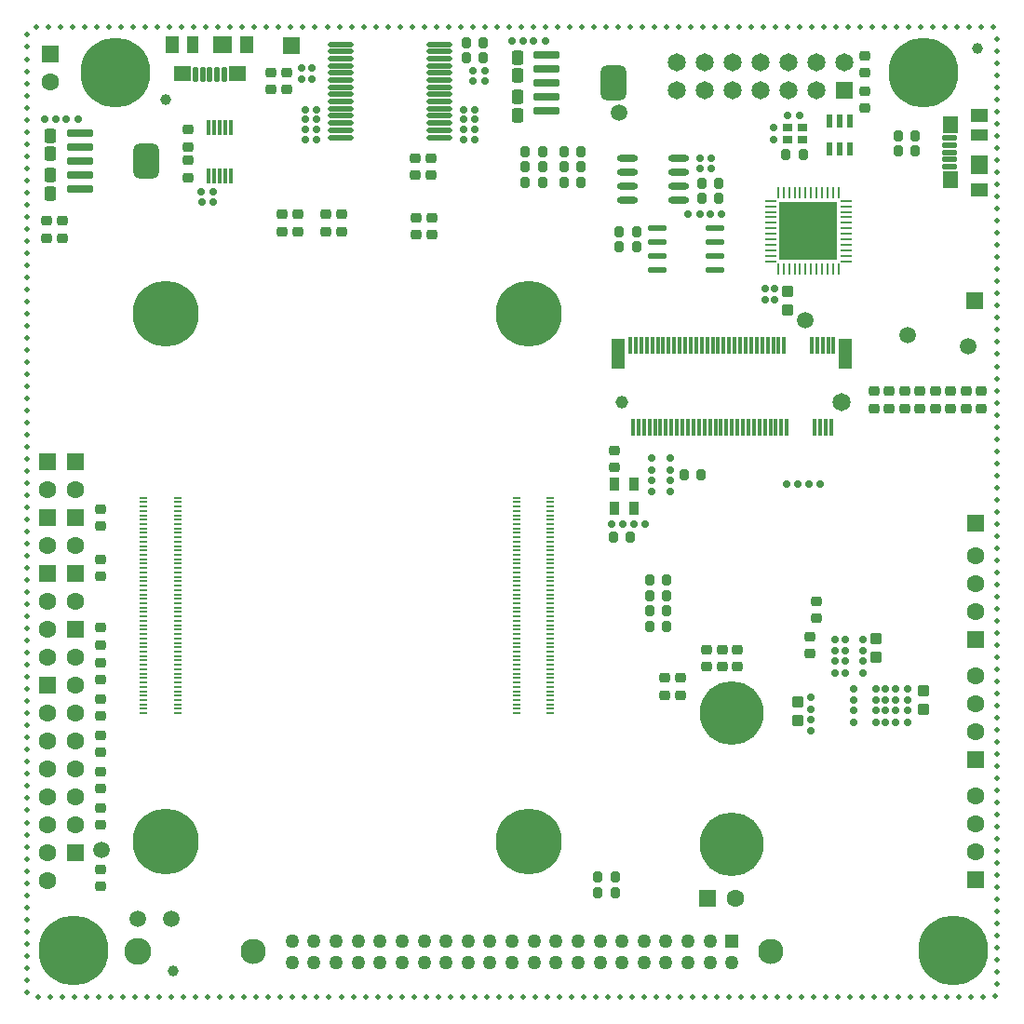
<source format=gbr>
G04*
G04 #@! TF.GenerationSoftware,Altium Limited,Altium Designer,24.9.1 (31)*
G04*
G04 Layer_Color=255*
%FSLAX44Y44*%
%MOMM*%
G71*
G04*
G04 #@! TF.SameCoordinates,6A9D4D84-9140-4673-ADE8-75025B522ADB*
G04*
G04*
G04 #@! TF.FilePolarity,Positive*
G04*
G01*
G75*
%ADD22R,0.9500X1.2000*%
G04:AMPARAMS|DCode=23|XSize=1.64mm|YSize=0.59mm|CornerRadius=0.1475mm|HoleSize=0mm|Usage=FLASHONLY|Rotation=0.000|XOffset=0mm|YOffset=0mm|HoleType=Round|Shape=RoundedRectangle|*
%AMROUNDEDRECTD23*
21,1,1.6400,0.2950,0,0,0.0*
21,1,1.3450,0.5900,0,0,0.0*
1,1,0.2950,0.6725,-0.1475*
1,1,0.2950,-0.6725,-0.1475*
1,1,0.2950,-0.6725,0.1475*
1,1,0.2950,0.6725,0.1475*
%
%ADD23ROUNDEDRECTD23*%
G04:AMPARAMS|DCode=24|XSize=0.95mm|YSize=0.85mm|CornerRadius=0.2125mm|HoleSize=0mm|Usage=FLASHONLY|Rotation=270.000|XOffset=0mm|YOffset=0mm|HoleType=Round|Shape=RoundedRectangle|*
%AMROUNDEDRECTD24*
21,1,0.9500,0.4250,0,0,270.0*
21,1,0.5250,0.8500,0,0,270.0*
1,1,0.4250,-0.2125,-0.2625*
1,1,0.4250,-0.2125,0.2625*
1,1,0.4250,0.2125,0.2625*
1,1,0.4250,0.2125,-0.2625*
%
%ADD24ROUNDEDRECTD24*%
G04:AMPARAMS|DCode=25|XSize=0.7mm|YSize=2.4mm|CornerRadius=0.175mm|HoleSize=0mm|Usage=FLASHONLY|Rotation=90.000|XOffset=0mm|YOffset=0mm|HoleType=Round|Shape=RoundedRectangle|*
%AMROUNDEDRECTD25*
21,1,0.7000,2.0500,0,0,90.0*
21,1,0.3500,2.4000,0,0,90.0*
1,1,0.3500,1.0250,0.1750*
1,1,0.3500,1.0250,-0.1750*
1,1,0.3500,-1.0250,-0.1750*
1,1,0.3500,-1.0250,0.1750*
%
%ADD25ROUNDEDRECTD25*%
G04:AMPARAMS|DCode=26|XSize=3.2mm|YSize=2.4mm|CornerRadius=0.6mm|HoleSize=0mm|Usage=FLASHONLY|Rotation=90.000|XOffset=0mm|YOffset=0mm|HoleType=Round|Shape=RoundedRectangle|*
%AMROUNDEDRECTD26*
21,1,3.2000,1.2000,0,0,90.0*
21,1,2.0000,2.4000,0,0,90.0*
1,1,1.2000,0.6000,1.0000*
1,1,1.2000,0.6000,-1.0000*
1,1,1.2000,-0.6000,-1.0000*
1,1,1.2000,-0.6000,1.0000*
%
%ADD26ROUNDEDRECTD26*%
G04:AMPARAMS|DCode=29|XSize=2.3028mm|YSize=0.4427mm|CornerRadius=0.1107mm|HoleSize=0mm|Usage=FLASHONLY|Rotation=180.000|XOffset=0mm|YOffset=0mm|HoleType=Round|Shape=RoundedRectangle|*
%AMROUNDEDRECTD29*
21,1,2.3028,0.2214,0,0,180.0*
21,1,2.0814,0.4427,0,0,180.0*
1,1,0.2214,-1.0407,0.1107*
1,1,0.2214,1.0407,0.1107*
1,1,0.2214,1.0407,-0.1107*
1,1,0.2214,-1.0407,-0.1107*
%
%ADD29ROUNDEDRECTD29*%
G04:AMPARAMS|DCode=30|XSize=1.4mm|YSize=0.3mm|CornerRadius=0.075mm|HoleSize=0mm|Usage=FLASHONLY|Rotation=90.000|XOffset=0mm|YOffset=0mm|HoleType=Round|Shape=RoundedRectangle|*
%AMROUNDEDRECTD30*
21,1,1.4000,0.1500,0,0,90.0*
21,1,1.2500,0.3000,0,0,90.0*
1,1,0.1500,0.0750,0.6250*
1,1,0.1500,0.0750,-0.6250*
1,1,0.1500,-0.0750,-0.6250*
1,1,0.1500,-0.0750,0.6250*
%
%ADD30ROUNDEDRECTD30*%
%ADD31R,0.8500X0.7500*%
%ADD32O,1.9000X0.6000*%
G04:AMPARAMS|DCode=33|XSize=0.95mm|YSize=0.85mm|CornerRadius=0.2125mm|HoleSize=0mm|Usage=FLASHONLY|Rotation=180.000|XOffset=0mm|YOffset=0mm|HoleType=Round|Shape=RoundedRectangle|*
%AMROUNDEDRECTD33*
21,1,0.9500,0.4250,0,0,180.0*
21,1,0.5250,0.8500,0,0,180.0*
1,1,0.4250,-0.2625,0.2125*
1,1,0.4250,0.2625,0.2125*
1,1,0.4250,0.2625,-0.2125*
1,1,0.4250,-0.2625,-0.2125*
%
%ADD33ROUNDEDRECTD33*%
G04:AMPARAMS|DCode=34|XSize=0.65mm|YSize=0.6mm|CornerRadius=0.15mm|HoleSize=0mm|Usage=FLASHONLY|Rotation=180.000|XOffset=0mm|YOffset=0mm|HoleType=Round|Shape=RoundedRectangle|*
%AMROUNDEDRECTD34*
21,1,0.6500,0.3000,0,0,180.0*
21,1,0.3500,0.6000,0,0,180.0*
1,1,0.3000,-0.1750,0.1500*
1,1,0.3000,0.1750,0.1500*
1,1,0.3000,0.1750,-0.1500*
1,1,0.3000,-0.1750,-0.1500*
%
%ADD34ROUNDEDRECTD34*%
G04:AMPARAMS|DCode=35|XSize=0.65mm|YSize=0.6mm|CornerRadius=0.15mm|HoleSize=0mm|Usage=FLASHONLY|Rotation=270.000|XOffset=0mm|YOffset=0mm|HoleType=Round|Shape=RoundedRectangle|*
%AMROUNDEDRECTD35*
21,1,0.6500,0.3000,0,0,270.0*
21,1,0.3500,0.6000,0,0,270.0*
1,1,0.3000,-0.1500,-0.1750*
1,1,0.3000,-0.1500,0.1750*
1,1,0.3000,0.1500,0.1750*
1,1,0.3000,0.1500,-0.1750*
%
%ADD35ROUNDEDRECTD35*%
%ADD36R,0.7000X0.2000*%
G04:AMPARAMS|DCode=37|XSize=1.21mm|YSize=0.59mm|CornerRadius=0.0738mm|HoleSize=0mm|Usage=FLASHONLY|Rotation=270.000|XOffset=0mm|YOffset=0mm|HoleType=Round|Shape=RoundedRectangle|*
%AMROUNDEDRECTD37*
21,1,1.2100,0.4425,0,0,270.0*
21,1,1.0625,0.5900,0,0,270.0*
1,1,0.1475,-0.2213,-0.5313*
1,1,0.1475,-0.2213,0.5313*
1,1,0.1475,0.2213,0.5313*
1,1,0.1475,0.2213,-0.5313*
%
%ADD37ROUNDEDRECTD37*%
%ADD38R,0.3000X1.5500*%
%ADD39R,1.2000X2.7500*%
G04:AMPARAMS|DCode=40|XSize=0.4572mm|YSize=1.3716mm|CornerRadius=0.1143mm|HoleSize=0mm|Usage=FLASHONLY|Rotation=90.000|XOffset=0mm|YOffset=0mm|HoleType=Round|Shape=RoundedRectangle|*
%AMROUNDEDRECTD40*
21,1,0.4572,1.1430,0,0,90.0*
21,1,0.2286,1.3716,0,0,90.0*
1,1,0.2286,0.5715,0.1143*
1,1,0.2286,0.5715,-0.1143*
1,1,0.2286,-0.5715,-0.1143*
1,1,0.2286,-0.5715,0.1143*
%
%ADD40ROUNDEDRECTD40*%
G04:AMPARAMS|DCode=49|XSize=0.4572mm|YSize=1.3716mm|CornerRadius=0.1143mm|HoleSize=0mm|Usage=FLASHONLY|Rotation=180.000|XOffset=0mm|YOffset=0mm|HoleType=Round|Shape=RoundedRectangle|*
%AMROUNDEDRECTD49*
21,1,0.4572,1.1430,0,0,180.0*
21,1,0.2286,1.3716,0,0,180.0*
1,1,0.2286,-0.1143,0.5715*
1,1,0.2286,0.1143,0.5715*
1,1,0.2286,0.1143,-0.5715*
1,1,0.2286,-0.1143,-0.5715*
%
%ADD49ROUNDEDRECTD49*%
G04:AMPARAMS|DCode=50|XSize=1.1mm|YSize=1.3mm|CornerRadius=0.25mm|HoleSize=0mm|Usage=FLASHONLY|Rotation=180.000|XOffset=0mm|YOffset=0mm|HoleType=Round|Shape=RoundedRectangle|*
%AMROUNDEDRECTD50*
21,1,1.1000,0.8000,0,0,180.0*
21,1,0.6000,1.3000,0,0,180.0*
1,1,0.5000,-0.3000,0.4000*
1,1,0.5000,0.3000,0.4000*
1,1,0.5000,0.3000,-0.4000*
1,1,0.5000,-0.3000,-0.4000*
%
%ADD50ROUNDEDRECTD50*%
G04:AMPARAMS|DCode=51|XSize=1.1mm|YSize=1mm|CornerRadius=0.25mm|HoleSize=0mm|Usage=FLASHONLY|Rotation=270.000|XOffset=0mm|YOffset=0mm|HoleType=Round|Shape=RoundedRectangle|*
%AMROUNDEDRECTD51*
21,1,1.1000,0.5000,0,0,270.0*
21,1,0.6000,1.0000,0,0,270.0*
1,1,0.5000,-0.2500,-0.3000*
1,1,0.5000,-0.2500,0.3000*
1,1,0.5000,0.2500,0.3000*
1,1,0.5000,0.2500,-0.3000*
%
%ADD51ROUNDEDRECTD51*%
%ADD65O,0.2393X1.0571*%
%ADD66O,1.0571X0.2393*%
%ADD103C,1.5240*%
%ADD105C,0.5000*%
%ADD109C,1.5000*%
%ADD110R,5.3000X5.3000*%
%ADD111R,1.6000X1.3000*%
%ADD112R,1.4224X1.5494*%
%ADD113R,1.6000X1.8000*%
%ADD114R,1.6000X1.0000*%
%ADD115R,1.0000X1.6000*%
%ADD116R,1.8000X1.6000*%
%ADD117R,1.3000X1.6000*%
%ADD118R,1.5494X1.4224*%
%ADD119C,1.0000*%
%ADD124C,2.4500*%
%ADD125C,1.6000*%
%ADD126R,1.6000X1.6000*%
%ADD127R,1.6000X1.6000*%
%ADD128C,2.3000*%
%ADD129R,1.2580X1.2580*%
%ADD130C,1.2580*%
%ADD131C,1.1500*%
%ADD132C,1.6500*%
%ADD133C,5.8000*%
%ADD134C,6.0000*%
%ADD135R,1.6500X1.6500*%
%ADD136C,6.3500*%
D22*
X560750Y453000D02*
D03*
Y475000D02*
D03*
X543250D02*
D03*
Y453000D02*
D03*
D23*
X582160Y708050D02*
D03*
Y695350D02*
D03*
Y682650D02*
D03*
Y669950D02*
D03*
X634860D02*
D03*
Y682650D02*
D03*
Y695350D02*
D03*
Y708050D02*
D03*
D24*
X497500Y750000D02*
D03*
X513000D02*
D03*
X575250Y360000D02*
D03*
X590750D02*
D03*
X477750Y764000D02*
D03*
X462250D02*
D03*
X575250Y346000D02*
D03*
X590750D02*
D03*
X477750Y750000D02*
D03*
X462250D02*
D03*
X606250Y484000D02*
D03*
X621750D02*
D03*
X528250Y104000D02*
D03*
X543750D02*
D03*
X477750Y778000D02*
D03*
X462250D02*
D03*
X497500Y764000D02*
D03*
X513000D02*
D03*
X575250Y388000D02*
D03*
X590750D02*
D03*
X638260Y749000D02*
D03*
X622760D02*
D03*
X638260Y735000D02*
D03*
X622760D02*
D03*
X547740Y705000D02*
D03*
X563240D02*
D03*
X547740Y691000D02*
D03*
X563240D02*
D03*
X816750Y778250D02*
D03*
X801250D02*
D03*
X408250Y863000D02*
D03*
X423750D02*
D03*
X528250Y118000D02*
D03*
X543750D02*
D03*
X801250Y792000D02*
D03*
X816750D02*
D03*
X408250Y877000D02*
D03*
X423750D02*
D03*
X699250Y775000D02*
D03*
X714750D02*
D03*
X557750Y427000D02*
D03*
X542250D02*
D03*
X497500Y778000D02*
D03*
X513000D02*
D03*
X575250Y374000D02*
D03*
X590750D02*
D03*
D25*
X481726Y865400D02*
D03*
Y852700D02*
D03*
Y840000D02*
D03*
Y827300D02*
D03*
Y814600D02*
D03*
X56750Y794400D02*
D03*
Y781700D02*
D03*
Y769000D02*
D03*
Y756300D02*
D03*
Y743600D02*
D03*
D26*
X542226Y840000D02*
D03*
X117250Y769000D02*
D03*
D29*
X293845Y790750D02*
D03*
Y797250D02*
D03*
Y803750D02*
D03*
Y810250D02*
D03*
Y816750D02*
D03*
Y823250D02*
D03*
Y829750D02*
D03*
Y836250D02*
D03*
Y842750D02*
D03*
Y849250D02*
D03*
Y855750D02*
D03*
Y862250D02*
D03*
Y868750D02*
D03*
Y875250D02*
D03*
X384155D02*
D03*
Y868750D02*
D03*
Y862250D02*
D03*
Y855750D02*
D03*
Y849250D02*
D03*
Y842750D02*
D03*
Y836250D02*
D03*
Y829750D02*
D03*
Y823250D02*
D03*
Y816750D02*
D03*
Y810250D02*
D03*
Y803750D02*
D03*
Y797250D02*
D03*
Y790750D02*
D03*
D30*
X174000Y799784D02*
D03*
X179000D02*
D03*
X184000D02*
D03*
X189000D02*
D03*
X194000D02*
D03*
Y755784D02*
D03*
X189000D02*
D03*
X184000D02*
D03*
X179000D02*
D03*
X174000D02*
D03*
D31*
X713750Y788750D02*
D03*
X700250D02*
D03*
Y799250D02*
D03*
X713750D02*
D03*
D32*
X554784Y771400D02*
D03*
Y758700D02*
D03*
Y746000D02*
D03*
Y733300D02*
D03*
X601784Y771400D02*
D03*
Y758700D02*
D03*
Y746000D02*
D03*
Y733300D02*
D03*
D33*
X76000Y406750D02*
D03*
Y391250D02*
D03*
Y437250D02*
D03*
Y452750D02*
D03*
X727000Y353250D02*
D03*
Y368750D02*
D03*
X863000Y559750D02*
D03*
Y544250D02*
D03*
X835000Y559750D02*
D03*
Y544250D02*
D03*
X807000Y559750D02*
D03*
Y544250D02*
D03*
X27000Y714750D02*
D03*
Y699250D02*
D03*
X76000Y109250D02*
D03*
Y124750D02*
D03*
X76000Y165250D02*
D03*
Y180750D02*
D03*
Y198250D02*
D03*
Y213750D02*
D03*
Y297250D02*
D03*
Y312750D02*
D03*
Y329250D02*
D03*
Y344750D02*
D03*
X877000Y559750D02*
D03*
Y544250D02*
D03*
X849000Y559750D02*
D03*
Y544250D02*
D03*
X821000Y559750D02*
D03*
Y544250D02*
D03*
X76000Y231250D02*
D03*
Y246750D02*
D03*
X76000Y264250D02*
D03*
Y279750D02*
D03*
X41000Y714750D02*
D03*
Y699250D02*
D03*
X793000Y544250D02*
D03*
Y559750D02*
D03*
X245000Y849750D02*
D03*
Y834250D02*
D03*
X721000Y321250D02*
D03*
Y336750D02*
D03*
X771000Y817250D02*
D03*
Y832750D02*
D03*
Y849250D02*
D03*
Y864750D02*
D03*
X779000Y559750D02*
D03*
Y544250D02*
D03*
X543000Y490250D02*
D03*
Y505750D02*
D03*
X231000Y834250D02*
D03*
Y849750D02*
D03*
X155000Y782250D02*
D03*
Y797750D02*
D03*
Y754250D02*
D03*
Y769750D02*
D03*
X281000Y720750D02*
D03*
Y705250D02*
D03*
X377000Y717750D02*
D03*
Y702250D02*
D03*
X295000Y720750D02*
D03*
Y705250D02*
D03*
X363000Y717750D02*
D03*
Y702250D02*
D03*
X376000Y771750D02*
D03*
Y756250D02*
D03*
X362000Y771750D02*
D03*
Y756250D02*
D03*
X255000Y720750D02*
D03*
Y705250D02*
D03*
X241000Y720750D02*
D03*
Y705250D02*
D03*
X655000Y309250D02*
D03*
Y324750D02*
D03*
X589000Y283500D02*
D03*
Y299000D02*
D03*
X603000Y283500D02*
D03*
Y299000D02*
D03*
X627000Y309250D02*
D03*
Y324750D02*
D03*
X641000Y309250D02*
D03*
Y324750D02*
D03*
D34*
X620750Y762000D02*
D03*
X631250D02*
D03*
Y772000D02*
D03*
X620750D02*
D03*
X610260Y721000D02*
D03*
X620760D02*
D03*
X630260D02*
D03*
X640760D02*
D03*
X551000Y439000D02*
D03*
X540500D02*
D03*
X571250D02*
D03*
X560750D02*
D03*
X416250Y807000D02*
D03*
X405750D02*
D03*
X416250Y789000D02*
D03*
X405750D02*
D03*
X261750Y789000D02*
D03*
X272250D02*
D03*
X405750Y816000D02*
D03*
X416250D02*
D03*
X405750Y798000D02*
D03*
X416250D02*
D03*
X272250Y798000D02*
D03*
X261750D02*
D03*
Y807000D02*
D03*
X272250D02*
D03*
X425250Y842000D02*
D03*
X414750D02*
D03*
X272250Y816000D02*
D03*
X261750D02*
D03*
X414750Y851000D02*
D03*
X425250D02*
D03*
X178000Y741000D02*
D03*
X167500D02*
D03*
X167750Y732000D02*
D03*
X178250D02*
D03*
X719750Y475000D02*
D03*
X730250D02*
D03*
X699750D02*
D03*
X710250D02*
D03*
X460250Y878000D02*
D03*
X449750D02*
D03*
X480250Y878000D02*
D03*
X469750D02*
D03*
X35250Y807000D02*
D03*
X24750D02*
D03*
X55250D02*
D03*
X44750D02*
D03*
X711250Y811000D02*
D03*
X700750D02*
D03*
D35*
X577000Y468500D02*
D03*
Y479000D02*
D03*
X594000Y468500D02*
D03*
Y479000D02*
D03*
X268000Y843750D02*
D03*
Y854250D02*
D03*
X259000D02*
D03*
Y843750D02*
D03*
X577000Y488500D02*
D03*
Y499000D02*
D03*
X594000Y488500D02*
D03*
Y499000D02*
D03*
X721796Y270750D02*
D03*
Y281250D02*
D03*
Y250750D02*
D03*
Y261250D02*
D03*
X798796Y278750D02*
D03*
Y289250D02*
D03*
X752796Y323750D02*
D03*
Y334250D02*
D03*
X743796Y323750D02*
D03*
Y334250D02*
D03*
X768796Y323750D02*
D03*
Y334250D02*
D03*
X760796Y278750D02*
D03*
Y289250D02*
D03*
X780796Y278750D02*
D03*
Y289250D02*
D03*
X789796Y278750D02*
D03*
Y289250D02*
D03*
X809796Y278750D02*
D03*
Y289250D02*
D03*
X798796Y258750D02*
D03*
Y269250D02*
D03*
X752796Y303750D02*
D03*
Y314250D02*
D03*
X743796Y303750D02*
D03*
Y314250D02*
D03*
X768796Y303750D02*
D03*
Y314250D02*
D03*
X760796Y258750D02*
D03*
Y269250D02*
D03*
X780796Y258750D02*
D03*
Y269250D02*
D03*
X789796Y258750D02*
D03*
Y269250D02*
D03*
X809796Y258750D02*
D03*
Y269250D02*
D03*
X689000Y653250D02*
D03*
Y642750D02*
D03*
X680000Y642750D02*
D03*
Y653250D02*
D03*
X688000Y788750D02*
D03*
Y799250D02*
D03*
D36*
X485000Y267000D02*
D03*
X454200D02*
D03*
X485000Y271000D02*
D03*
X454200D02*
D03*
X485000Y275000D02*
D03*
X454200D02*
D03*
X485000Y279000D02*
D03*
X454200D02*
D03*
X485000Y283000D02*
D03*
X454200D02*
D03*
X485000Y287000D02*
D03*
X454200D02*
D03*
X485000Y291000D02*
D03*
X454200D02*
D03*
X485000Y295000D02*
D03*
X454200D02*
D03*
X485000Y299000D02*
D03*
X454200D02*
D03*
X485000Y303000D02*
D03*
X454200D02*
D03*
X485000Y307000D02*
D03*
X454200D02*
D03*
X485000Y311000D02*
D03*
X454200D02*
D03*
X485000Y315000D02*
D03*
X454200D02*
D03*
X485000Y319000D02*
D03*
X454200D02*
D03*
X485000Y323000D02*
D03*
X454200D02*
D03*
X485000Y327000D02*
D03*
X454200D02*
D03*
X485000Y331000D02*
D03*
X454200D02*
D03*
X485000Y335000D02*
D03*
X454200D02*
D03*
X485000Y339000D02*
D03*
X454200D02*
D03*
X485000Y343000D02*
D03*
X454200D02*
D03*
X485000Y347000D02*
D03*
X454200D02*
D03*
X485000Y351000D02*
D03*
X454200D02*
D03*
X485000Y355000D02*
D03*
X454200D02*
D03*
X485000Y359000D02*
D03*
X454200D02*
D03*
X485000Y363000D02*
D03*
X454200D02*
D03*
X485000Y367000D02*
D03*
X454200D02*
D03*
X485000Y371000D02*
D03*
X454200D02*
D03*
X485000Y375000D02*
D03*
X454200D02*
D03*
X485000Y379000D02*
D03*
X454200D02*
D03*
X485000Y383000D02*
D03*
X454200D02*
D03*
X485000Y387000D02*
D03*
X454200D02*
D03*
X485000Y391000D02*
D03*
X454200D02*
D03*
X485000Y395000D02*
D03*
X454200D02*
D03*
X485000Y399000D02*
D03*
X454200D02*
D03*
X485000Y403000D02*
D03*
X454200D02*
D03*
X485000Y407000D02*
D03*
X454200D02*
D03*
X485000Y411000D02*
D03*
X454200D02*
D03*
X485000Y415000D02*
D03*
X454200D02*
D03*
X485000Y419000D02*
D03*
X454200D02*
D03*
X485000Y423000D02*
D03*
X454200D02*
D03*
X485000Y427000D02*
D03*
X454200D02*
D03*
X485000Y431000D02*
D03*
X454200D02*
D03*
X485000Y435000D02*
D03*
X454200D02*
D03*
X485000Y439000D02*
D03*
X454200D02*
D03*
X485000Y443000D02*
D03*
X454200D02*
D03*
X485000Y447000D02*
D03*
X454200D02*
D03*
X485000Y451000D02*
D03*
X454200D02*
D03*
X485000Y455000D02*
D03*
X454200D02*
D03*
X485000Y459000D02*
D03*
X454200D02*
D03*
X485000Y463000D02*
D03*
X454200D02*
D03*
X145800Y267000D02*
D03*
X115000D02*
D03*
X145800Y271000D02*
D03*
X115000D02*
D03*
X145800Y275000D02*
D03*
X115000D02*
D03*
X145800Y279000D02*
D03*
X115000D02*
D03*
X145800Y283000D02*
D03*
X115000D02*
D03*
X145800Y287000D02*
D03*
X115000D02*
D03*
X145800Y291000D02*
D03*
X115000D02*
D03*
X145800Y295000D02*
D03*
X115000D02*
D03*
X145800Y299000D02*
D03*
X115000D02*
D03*
X145800Y303000D02*
D03*
X115000D02*
D03*
X145800Y307000D02*
D03*
X115000D02*
D03*
X145800Y311000D02*
D03*
X115000D02*
D03*
X145800Y315000D02*
D03*
X115000D02*
D03*
X145800Y319000D02*
D03*
X115000D02*
D03*
X145800Y323000D02*
D03*
X115000D02*
D03*
X145800Y327000D02*
D03*
X115000D02*
D03*
X145800Y331000D02*
D03*
X115000D02*
D03*
X145800Y335000D02*
D03*
X115000D02*
D03*
X145800Y339000D02*
D03*
X115000D02*
D03*
X145800Y343000D02*
D03*
X115000D02*
D03*
X145800Y347000D02*
D03*
X115000D02*
D03*
X145800Y351000D02*
D03*
X115000D02*
D03*
X145800Y355000D02*
D03*
X115000D02*
D03*
X145800Y359000D02*
D03*
X115000D02*
D03*
X145800Y363000D02*
D03*
X115000D02*
D03*
X145800Y367000D02*
D03*
X115000D02*
D03*
X145800Y371000D02*
D03*
X115000D02*
D03*
X145800Y375000D02*
D03*
X115000D02*
D03*
X145800Y379000D02*
D03*
X115000D02*
D03*
X145800Y383000D02*
D03*
X115000D02*
D03*
X145800Y387000D02*
D03*
X115000D02*
D03*
X145800Y391000D02*
D03*
X115000D02*
D03*
X145800Y395000D02*
D03*
X115000D02*
D03*
X145800Y399000D02*
D03*
X115000D02*
D03*
X145800Y403000D02*
D03*
X115000D02*
D03*
X145800Y407000D02*
D03*
X115000D02*
D03*
X145800Y411000D02*
D03*
X115000D02*
D03*
X145800Y415000D02*
D03*
X115000D02*
D03*
X145800Y419000D02*
D03*
X115000D02*
D03*
X145800Y423000D02*
D03*
X115000D02*
D03*
X145800Y427000D02*
D03*
X115000D02*
D03*
X145800Y431000D02*
D03*
X115000D02*
D03*
X145800Y435000D02*
D03*
X115000D02*
D03*
X145800Y439000D02*
D03*
X115000D02*
D03*
X145800Y443000D02*
D03*
X115000D02*
D03*
X145800Y447000D02*
D03*
X115000D02*
D03*
X145800Y451000D02*
D03*
X115000D02*
D03*
X145800Y455000D02*
D03*
X115000D02*
D03*
X145800Y459000D02*
D03*
X115000D02*
D03*
X145800Y463000D02*
D03*
X115000D02*
D03*
D37*
X757500Y805550D02*
D03*
X748000D02*
D03*
X738500D02*
D03*
Y780450D02*
D03*
X748000D02*
D03*
X757500D02*
D03*
D38*
X557500Y601750D02*
D03*
X562500D02*
D03*
X567500D02*
D03*
X572500D02*
D03*
X577500D02*
D03*
X582500D02*
D03*
X587500D02*
D03*
X592500D02*
D03*
X597500D02*
D03*
X602500D02*
D03*
X607500D02*
D03*
X612500D02*
D03*
X617500D02*
D03*
X622500D02*
D03*
X627500D02*
D03*
X632500D02*
D03*
X637500D02*
D03*
X642500D02*
D03*
X647500D02*
D03*
X652500D02*
D03*
X657500D02*
D03*
X662500D02*
D03*
X667500D02*
D03*
X672500D02*
D03*
X677500D02*
D03*
X682500D02*
D03*
X687500D02*
D03*
X692500D02*
D03*
X697500D02*
D03*
X722500D02*
D03*
X727500D02*
D03*
X732500D02*
D03*
X737500D02*
D03*
X742500D02*
D03*
X560000Y527250D02*
D03*
X565000D02*
D03*
X570000D02*
D03*
X575000D02*
D03*
X580000D02*
D03*
X585000D02*
D03*
X590000D02*
D03*
X595000D02*
D03*
X600000D02*
D03*
X605000D02*
D03*
X610000D02*
D03*
X615000D02*
D03*
X620000D02*
D03*
X625000D02*
D03*
X630000D02*
D03*
X635000D02*
D03*
X640000D02*
D03*
X645000D02*
D03*
X650000D02*
D03*
X655000D02*
D03*
X660000D02*
D03*
X665000D02*
D03*
X670000D02*
D03*
X675000D02*
D03*
X680000D02*
D03*
X685000D02*
D03*
X690000D02*
D03*
X695000D02*
D03*
X700000D02*
D03*
X725000D02*
D03*
X730000D02*
D03*
X735000D02*
D03*
X740000D02*
D03*
D39*
X546500Y594000D02*
D03*
X753500D02*
D03*
D40*
X848198Y790000D02*
D03*
Y783500D02*
D03*
Y777000D02*
D03*
Y770500D02*
D03*
Y764000D02*
D03*
D49*
X188000Y848198D02*
D03*
X181500D02*
D03*
X175000D02*
D03*
X168500D02*
D03*
X162000D02*
D03*
D50*
X455000Y810750D02*
D03*
Y827250D02*
D03*
Y863250D02*
D03*
Y846750D02*
D03*
X30000Y792250D02*
D03*
Y775750D02*
D03*
Y739750D02*
D03*
Y756250D02*
D03*
D51*
X709796Y277500D02*
D03*
Y260500D02*
D03*
X781000Y317500D02*
D03*
Y334500D02*
D03*
X824000Y287500D02*
D03*
Y270500D02*
D03*
X701000Y650500D02*
D03*
Y633500D02*
D03*
D65*
X747000Y740000D02*
D03*
X742000D02*
D03*
X737000D02*
D03*
X732000D02*
D03*
X747000Y670989D02*
D03*
X742000D02*
D03*
X737000D02*
D03*
X732000D02*
D03*
X727000Y740000D02*
D03*
X722000D02*
D03*
X717000D02*
D03*
X712000D02*
D03*
X707000D02*
D03*
X702000D02*
D03*
X697000D02*
D03*
X692000D02*
D03*
X727000Y670989D02*
D03*
X722000D02*
D03*
X717000D02*
D03*
X712000D02*
D03*
X707000D02*
D03*
X692000D02*
D03*
X697000D02*
D03*
X702000D02*
D03*
D66*
X754006Y732995D02*
D03*
Y727995D02*
D03*
Y722995D02*
D03*
Y717995D02*
D03*
Y712995D02*
D03*
Y707995D02*
D03*
Y702995D02*
D03*
Y697995D02*
D03*
Y692995D02*
D03*
Y687995D02*
D03*
Y682995D02*
D03*
Y677995D02*
D03*
X684995Y732995D02*
D03*
Y727995D02*
D03*
Y722995D02*
D03*
Y717995D02*
D03*
Y712995D02*
D03*
Y707995D02*
D03*
Y702995D02*
D03*
Y697995D02*
D03*
Y692995D02*
D03*
Y687995D02*
D03*
Y682995D02*
D03*
Y677995D02*
D03*
D103*
X839965Y833036D02*
D03*
X807635D02*
D03*
Y865365D02*
D03*
X839965D02*
D03*
X846660Y849200D02*
D03*
X823800Y826340D02*
D03*
X800940Y849200D02*
D03*
X823800Y872060D02*
D03*
X105064Y833036D02*
D03*
X72736D02*
D03*
Y865365D02*
D03*
X105064D02*
D03*
X111760Y849200D02*
D03*
X88900Y826340D02*
D03*
X66040Y849200D02*
D03*
X88900Y872060D02*
D03*
X867065Y34636D02*
D03*
X834735D02*
D03*
Y66965D02*
D03*
X867065D02*
D03*
X873760Y50800D02*
D03*
X850900Y27940D02*
D03*
X828040Y50800D02*
D03*
X850900Y73660D02*
D03*
X66965Y34636D02*
D03*
X34636D02*
D03*
Y66965D02*
D03*
X66965D02*
D03*
X73660Y50800D02*
D03*
X50800Y27940D02*
D03*
X27940Y50800D02*
D03*
X50800Y73660D02*
D03*
D105*
X888022Y891004D02*
D03*
X877002Y891001D02*
D03*
X865982D02*
D03*
X854962D02*
D03*
X843942D02*
D03*
X832922D02*
D03*
X821902D02*
D03*
X810882D02*
D03*
X799862D02*
D03*
X788842D02*
D03*
X777822D02*
D03*
X766802D02*
D03*
X755782D02*
D03*
X744762D02*
D03*
X733742D02*
D03*
X722722D02*
D03*
X711702D02*
D03*
X700682D02*
D03*
X689662D02*
D03*
X678642D02*
D03*
X667622D02*
D03*
X656602D02*
D03*
X645582D02*
D03*
X634562D02*
D03*
X623542D02*
D03*
X612522D02*
D03*
X601502D02*
D03*
X590482D02*
D03*
X579462D02*
D03*
X568442D02*
D03*
X557422D02*
D03*
X546402D02*
D03*
X535382D02*
D03*
X524362D02*
D03*
X513342D02*
D03*
X502322D02*
D03*
X491302D02*
D03*
X480282D02*
D03*
X469262D02*
D03*
X458242D02*
D03*
X447222D02*
D03*
X436202D02*
D03*
X425182D02*
D03*
X414162D02*
D03*
X403142D02*
D03*
X392122D02*
D03*
X381102D02*
D03*
X370082D02*
D03*
X359062D02*
D03*
X348042D02*
D03*
X337022D02*
D03*
X326002D02*
D03*
X314982D02*
D03*
X303962D02*
D03*
X292942D02*
D03*
X281922D02*
D03*
X270902D02*
D03*
X259882D02*
D03*
X248862D02*
D03*
X237842D02*
D03*
X226822D02*
D03*
X215802D02*
D03*
X204782D02*
D03*
X193762D02*
D03*
X182742D02*
D03*
X171722D02*
D03*
X160702D02*
D03*
X149682D02*
D03*
X138662D02*
D03*
X127642D02*
D03*
X116622D02*
D03*
X105602D02*
D03*
X94582D02*
D03*
X83562D02*
D03*
X72542D02*
D03*
X61522D02*
D03*
X50502D02*
D03*
X39482D02*
D03*
X28462D02*
D03*
X17442D02*
D03*
X8999Y883919D02*
D03*
Y872899D02*
D03*
Y861879D02*
D03*
Y850859D02*
D03*
Y839839D02*
D03*
Y828819D02*
D03*
Y817799D02*
D03*
Y806779D02*
D03*
Y795759D02*
D03*
Y784739D02*
D03*
Y773719D02*
D03*
Y762699D02*
D03*
Y751679D02*
D03*
Y740659D02*
D03*
Y729639D02*
D03*
Y718619D02*
D03*
Y707599D02*
D03*
Y696579D02*
D03*
Y685559D02*
D03*
Y674539D02*
D03*
Y663519D02*
D03*
Y652499D02*
D03*
Y641479D02*
D03*
Y630459D02*
D03*
Y619439D02*
D03*
Y608419D02*
D03*
Y597399D02*
D03*
Y586379D02*
D03*
Y575359D02*
D03*
Y564339D02*
D03*
Y553319D02*
D03*
Y542299D02*
D03*
Y531279D02*
D03*
Y520259D02*
D03*
Y509239D02*
D03*
Y498219D02*
D03*
Y487199D02*
D03*
Y476179D02*
D03*
Y465159D02*
D03*
Y454139D02*
D03*
Y443119D02*
D03*
Y432099D02*
D03*
Y421079D02*
D03*
Y410059D02*
D03*
Y399039D02*
D03*
Y388019D02*
D03*
Y376999D02*
D03*
Y365979D02*
D03*
Y354959D02*
D03*
Y343939D02*
D03*
Y332919D02*
D03*
Y321899D02*
D03*
Y310879D02*
D03*
Y299859D02*
D03*
Y288839D02*
D03*
Y277819D02*
D03*
Y266800D02*
D03*
Y255779D02*
D03*
Y244760D02*
D03*
Y233739D02*
D03*
Y222719D02*
D03*
Y211700D02*
D03*
Y200679D02*
D03*
Y189660D02*
D03*
Y178640D02*
D03*
Y167619D02*
D03*
Y156600D02*
D03*
Y145580D02*
D03*
Y134559D02*
D03*
Y123540D02*
D03*
Y112520D02*
D03*
Y101500D02*
D03*
Y90480D02*
D03*
Y79460D02*
D03*
Y68440D02*
D03*
Y57420D02*
D03*
Y46400D02*
D03*
Y35380D02*
D03*
Y24360D02*
D03*
Y13340D02*
D03*
X19128Y8999D02*
D03*
X30148D02*
D03*
X41168D02*
D03*
X52188D02*
D03*
X63208D02*
D03*
X74228D02*
D03*
X85248D02*
D03*
X96268D02*
D03*
X107288D02*
D03*
X118308D02*
D03*
X129328D02*
D03*
X140348D02*
D03*
X151368D02*
D03*
X162388D02*
D03*
X173408D02*
D03*
X184428D02*
D03*
X195448D02*
D03*
X206468D02*
D03*
X217488D02*
D03*
X228508D02*
D03*
X239528D02*
D03*
X250548D02*
D03*
X261568D02*
D03*
X272588D02*
D03*
X283608D02*
D03*
X294628D02*
D03*
X305648D02*
D03*
X316668D02*
D03*
X327688D02*
D03*
X338708D02*
D03*
X349728D02*
D03*
X360748D02*
D03*
X371768D02*
D03*
X382788D02*
D03*
X393808D02*
D03*
X404828D02*
D03*
X415848D02*
D03*
X426868D02*
D03*
X437888D02*
D03*
X448908D02*
D03*
X459928D02*
D03*
X470948D02*
D03*
X481968D02*
D03*
X492988D02*
D03*
X504008D02*
D03*
X515028D02*
D03*
X526048D02*
D03*
X537068D02*
D03*
X548088D02*
D03*
X559108D02*
D03*
X570128D02*
D03*
X581148D02*
D03*
X592168D02*
D03*
X603188D02*
D03*
X614208D02*
D03*
X625228D02*
D03*
X636248D02*
D03*
X647268D02*
D03*
X658288D02*
D03*
X669308D02*
D03*
X680328D02*
D03*
X691348D02*
D03*
X702368D02*
D03*
X713388D02*
D03*
X724408D02*
D03*
X735428D02*
D03*
X746448D02*
D03*
X757468D02*
D03*
X768488D02*
D03*
X779508D02*
D03*
X790528D02*
D03*
X801548D02*
D03*
X812568D02*
D03*
X823588D02*
D03*
X834608D02*
D03*
X845628D02*
D03*
X856648D02*
D03*
X867668D02*
D03*
X878688D02*
D03*
X889695Y9522D02*
D03*
X891001Y20464D02*
D03*
Y31484D02*
D03*
Y42504D02*
D03*
Y53524D02*
D03*
Y64544D02*
D03*
Y75564D02*
D03*
Y86584D02*
D03*
Y97604D02*
D03*
Y108624D02*
D03*
Y119644D02*
D03*
Y130664D02*
D03*
Y141684D02*
D03*
Y152704D02*
D03*
Y163724D02*
D03*
Y174744D02*
D03*
Y185764D02*
D03*
Y196784D02*
D03*
Y207804D02*
D03*
Y218824D02*
D03*
Y229844D02*
D03*
Y240864D02*
D03*
Y251884D02*
D03*
Y262904D02*
D03*
Y273924D02*
D03*
Y284944D02*
D03*
Y295964D02*
D03*
Y306984D02*
D03*
Y318004D02*
D03*
Y329024D02*
D03*
Y340044D02*
D03*
Y351064D02*
D03*
Y362084D02*
D03*
Y373104D02*
D03*
Y384124D02*
D03*
Y395144D02*
D03*
Y406164D02*
D03*
Y417184D02*
D03*
Y428204D02*
D03*
Y439224D02*
D03*
Y450244D02*
D03*
Y461264D02*
D03*
Y472284D02*
D03*
Y483304D02*
D03*
Y494324D02*
D03*
Y505344D02*
D03*
Y516364D02*
D03*
Y527384D02*
D03*
Y538404D02*
D03*
Y549424D02*
D03*
Y560444D02*
D03*
Y571464D02*
D03*
Y582484D02*
D03*
Y593504D02*
D03*
Y604524D02*
D03*
Y615544D02*
D03*
Y626564D02*
D03*
Y637584D02*
D03*
Y648604D02*
D03*
Y659624D02*
D03*
Y670644D02*
D03*
Y681664D02*
D03*
Y692684D02*
D03*
Y703704D02*
D03*
Y714724D02*
D03*
Y725743D02*
D03*
Y736764D02*
D03*
Y747784D02*
D03*
Y758803D02*
D03*
Y769824D02*
D03*
Y780844D02*
D03*
Y791863D02*
D03*
Y802884D02*
D03*
Y813904D02*
D03*
Y824923D02*
D03*
Y835944D02*
D03*
Y846964D02*
D03*
Y857983D02*
D03*
Y869003D02*
D03*
Y880023D02*
D03*
D109*
X547000Y813000D02*
D03*
X140000Y80000D02*
D03*
X77000Y143000D02*
D03*
X110000Y80000D02*
D03*
X717000Y624000D02*
D03*
X865000Y601000D02*
D03*
X810000Y611000D02*
D03*
D110*
X719500Y705495D02*
D03*
D111*
X874798Y810750D02*
D03*
Y743250D02*
D03*
D112*
X849048Y752125D02*
D03*
Y801875D02*
D03*
D113*
X874798Y765500D02*
D03*
D114*
Y792494D02*
D03*
D115*
X159506Y874798D02*
D03*
D116*
X186500D02*
D03*
D117*
X208750D02*
D03*
X141250D02*
D03*
D118*
X150125Y849048D02*
D03*
X199875D02*
D03*
D119*
X135000Y825000D02*
D03*
X142000Y33000D02*
D03*
X873000Y872000D02*
D03*
D124*
X110000Y50000D02*
D03*
D125*
X27400Y469900D02*
D03*
Y419100D02*
D03*
X52800Y368300D02*
D03*
Y317500D02*
D03*
Y469900D02*
D03*
Y419100D02*
D03*
X30000Y841000D02*
D03*
X27400Y317500D02*
D03*
Y342900D02*
D03*
Y368300D02*
D03*
X653000Y99000D02*
D03*
X872000Y191400D02*
D03*
Y166000D02*
D03*
Y140600D02*
D03*
Y300800D02*
D03*
Y275400D02*
D03*
Y250000D02*
D03*
Y409800D02*
D03*
Y384400D02*
D03*
Y359000D02*
D03*
X52800Y215900D02*
D03*
Y190500D02*
D03*
Y165100D02*
D03*
Y241300D02*
D03*
Y266700D02*
D03*
Y292100D02*
D03*
X27400Y139700D02*
D03*
Y165100D02*
D03*
Y190500D02*
D03*
Y266700D02*
D03*
Y241300D02*
D03*
Y215900D02*
D03*
Y114300D02*
D03*
D126*
Y495300D02*
D03*
Y444500D02*
D03*
X52800Y393700D02*
D03*
Y342900D02*
D03*
Y495300D02*
D03*
Y444500D02*
D03*
X30000Y866400D02*
D03*
X27400Y393700D02*
D03*
X872000Y440000D02*
D03*
Y115200D02*
D03*
Y224600D02*
D03*
Y333600D02*
D03*
X52800Y139700D02*
D03*
X27400Y292100D02*
D03*
X249000Y874000D02*
D03*
D127*
X627600Y99000D02*
D03*
X871000Y642000D02*
D03*
D128*
X685000Y50000D02*
D03*
X215000D02*
D03*
D129*
X650000Y60000D02*
D03*
D130*
Y40000D02*
D03*
X630000Y60000D02*
D03*
Y40000D02*
D03*
X610000Y60000D02*
D03*
Y40000D02*
D03*
X590000Y60000D02*
D03*
Y40000D02*
D03*
X570000Y60000D02*
D03*
Y40000D02*
D03*
X550000Y60000D02*
D03*
Y40000D02*
D03*
X530000Y60000D02*
D03*
Y40000D02*
D03*
X510000Y60000D02*
D03*
Y40000D02*
D03*
X490000Y60000D02*
D03*
Y40000D02*
D03*
X470000Y60000D02*
D03*
Y40000D02*
D03*
X450000Y60000D02*
D03*
Y40000D02*
D03*
X430000Y60000D02*
D03*
Y40000D02*
D03*
X410000Y60000D02*
D03*
Y40000D02*
D03*
X390000Y60000D02*
D03*
Y40000D02*
D03*
X370000Y60000D02*
D03*
Y40000D02*
D03*
X350000Y60000D02*
D03*
Y40000D02*
D03*
X330000Y60000D02*
D03*
Y40000D02*
D03*
X310000Y60000D02*
D03*
Y40000D02*
D03*
X290000Y60000D02*
D03*
Y40000D02*
D03*
X270000Y60000D02*
D03*
Y40000D02*
D03*
X250000Y60000D02*
D03*
Y40000D02*
D03*
D131*
X550000Y550000D02*
D03*
D132*
X750000D02*
D03*
X752200Y858700D02*
D03*
X726800Y833300D02*
D03*
Y858700D02*
D03*
X701400Y833300D02*
D03*
Y858700D02*
D03*
X676000Y833300D02*
D03*
Y858700D02*
D03*
X650600Y833300D02*
D03*
Y858700D02*
D03*
X625200Y833300D02*
D03*
Y858700D02*
D03*
X599800Y833300D02*
D03*
Y858700D02*
D03*
D133*
X650000Y267500D02*
D03*
Y147500D02*
D03*
D134*
X135000Y150000D02*
D03*
X465000Y630000D02*
D03*
X135000D02*
D03*
X465000Y150000D02*
D03*
D135*
X752200Y833300D02*
D03*
D136*
X823800Y849200D02*
D03*
X88900D02*
D03*
X850900Y50800D02*
D03*
X50800D02*
D03*
M02*

</source>
